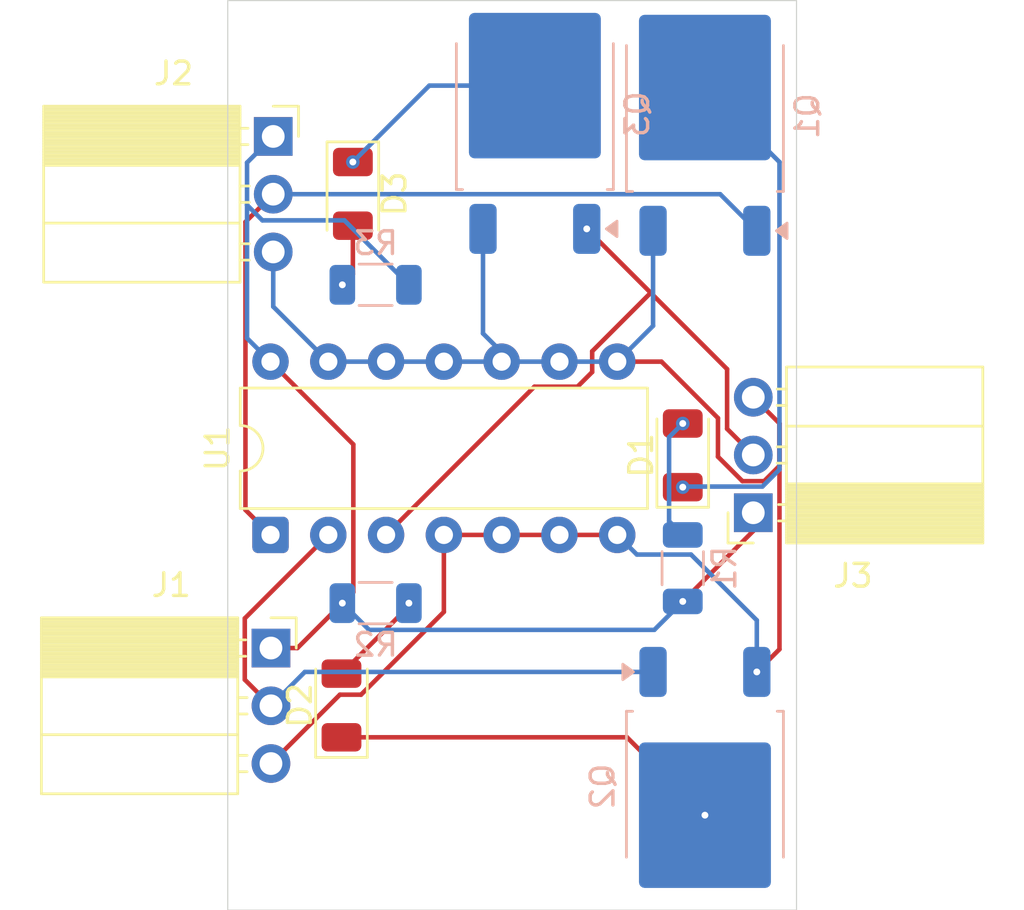
<source format=kicad_pcb>
(kicad_pcb (version 20241229) (generator "pcbnew") (generator_version "9.0")
  (layers (0 "F.Cu" signal) (2 "B.Cu" signal) (13 "F.Paste" user) (15 "B.Paste" user) (5 "F.SilkS" user "F.Silkscreen") (7 "B.SilkS" user "B.Silkscreen") (1 "F.Mask" user) (3 "B.Mask" user) (25 "Edge.Cuts" user))
  (net 0 "")
  (net 1 "Net-(D1-K)")
  (net 2 "Net-(D1-A)")
  (net 3 "Net-(D2-A)")
  (net 4 "Net-(D2-K)")
  (net 5 "Net-(D3-A)")
  (net 6 "Net-(D3-K)")
  (net 7 "Net-(J1-Pin_1)")
  (net 8 "Net-(J1-Pin_2)")
  (net 9 "Net-(J1-Pin_3)")
  (net 10 "Net-(J2-Pin_2)")
  (net 11 "Net-(J3-Pin_2)")
  (footprint "Connector_PinSocket_2.54mm:PinSocket_1x03_P2.54mm_Horizontal" (layer "F.Cu") (at 110 82.475)
    (property "Reference" "J2" (at -4.38 -2.77 0) (layer "F.SilkS"))
    (property "Value" "Conn_01x03_Socket")
    (fp_line (start -10.09 -1.33) (end -10.09 6.41) (stroke (width 0.12)) (layer "F.SilkS"))
    (fp_line (start -10.09 -1.33) (end -1.46 -1.33) (stroke (width 0.12)) (layer "F.SilkS"))
    (fp_line (start -10.09 -1.21) (end -1.46 -1.21) (stroke (width 0.12)) (layer "F.SilkS"))
    (fp_line (start -10.09 -1.091905) (end -1.46 -1.091905) (stroke (width 0.12)) (layer "F.SilkS"))
    (fp_line (start -10.09 -0.97381) (end -1.46 -0.97381) (stroke (width 0.12)) (layer "F.SilkS"))
    (fp_line (start -10.09 -0.855715) (end -1.46 -0.855715) (stroke (width 0.12)) (layer "F.SilkS"))
    (fp_line (start -10.09 -0.73762) (end -1.46 -0.73762) (stroke (width 0.12)) (layer "F.SilkS"))
    (fp_line (start -10.09 -0.619525) (end -1.46 -0.619525) (stroke (width 0.12)) (layer "F.SilkS"))
    (fp_line (start -10.09 -0.50143) (end -1.46 -0.50143) (stroke (width 0.12)) (layer "F.SilkS"))
    (fp_line (start -10.09 -0.383335) (end -1.46 -0.383335) (stroke (width 0.12)) (layer "F.SilkS"))
    (fp_line (start -10.09 -0.26524) (end -1.46 -0.26524) (stroke (width 0.12)) (layer "F.SilkS"))
    (fp_line (start -10.09 -0.147145) (end -1.46 -0.147145) (stroke (width 0.12)) (layer "F.SilkS"))
    (fp_line (start -10.09 -0.02905) (end -1.46 -0.02905) (stroke (width 0.12)) (layer "F.SilkS"))
    (fp_line (start -10.09 0.089045) (end -1.46 0.089045) (stroke (width 0.12)) (layer "F.SilkS"))
    (fp_line (start -10.09 0.20714) (end -1.46 0.20714) (stroke (width 0.12)) (layer "F.SilkS"))
    (fp_line (start -10.09 0.325235) (end -1.46 0.325235) (stroke (width 0.12)) (layer "F.SilkS"))
    (fp_line (start -10.09 0.44333) (end -1.46 0.44333) (stroke (width 0.12)) (layer "F.SilkS"))
    (fp_line (start -10.09 0.561425) (end -1.46 0.561425) (stroke (width 0.12)) (layer "F.SilkS"))
    (fp_line (start -10.09 0.67952) (end -1.46 0.67952) (stroke (width 0.12)) (layer "F.SilkS"))
    (fp_line (start -10.09 0.797615) (end -1.46 0.797615) (stroke (width 0.12)) (layer "F.SilkS"))
    (fp_line (start -10.09 0.91571) (end -1.46 0.91571) (stroke (width 0.12)) (layer "F.SilkS"))
    (fp_line (start -10.09 1.033805) (end -1.46 1.033805) (stroke (width 0.12)) (layer "F.SilkS"))
    (fp_line (start -10.09 1.1519) (end -1.46 1.1519) (stroke (width 0.12)) (layer "F.SilkS"))
    (fp_line (start -10.09 1.27) (end -1.46 1.27) (stroke (width 0.12)) (layer "F.SilkS"))
    (fp_line (start -10.09 3.81) (end -1.46 3.81) (stroke (width 0.12)) (layer "F.SilkS"))
    (fp_line (start -10.09 6.41) (end -1.46 6.41) (stroke (width 0.12)) (layer "F.SilkS"))
    (fp_line (start -1.46 -1.33) (end -1.46 6.41) (stroke (width 0.12)) (layer "F.SilkS"))
    (fp_line (start -1.46 -0.36) (end -1.11 -0.36) (stroke (width 0.12)) (layer "F.SilkS"))
    (fp_line (start -1.46 0.36) (end -1.11 0.36) (stroke (width 0.12)) (layer "F.SilkS"))
    (fp_line (start -1.46 2.18) (end -1.05 2.18) (stroke (width 0.12)) (layer "F.SilkS"))
    (fp_line (start -1.46 2.9) (end -1.05 2.9) (stroke (width 0.12)) (layer "F.SilkS"))
    (fp_line (start -1.46 4.72) (end -1.05 4.72) (stroke (width 0.12)) (layer "F.SilkS"))
    (fp_line (start -1.46 5.44) (end -1.05 5.44) (stroke (width 0.12)) (layer "F.SilkS"))
    (fp_line (start 0 -1.33) (end 1.11 -1.33) (stroke (width 0.12)) (layer "F.SilkS"))
    (fp_line (start 1.11 -1.33) (end 1.11 0) (stroke (width 0.12)) (layer "F.SilkS"))
    (pad "1" thru_hole rect (at 0 0) (size 1.7 1.7) (drill 1) (layers "*.Cu" "*.Mask") (net 7 "Net-(J1-Pin_1)"))
    (pad "2" thru_hole circle (at 0 2.54) (size 1.7 1.7) (drill 1) (layers "*.Cu" "*.Mask") (net 10 "Net-(J2-Pin_2)"))
    (pad "3" thru_hole circle (at 0 5.08) (size 1.7 1.7) (drill 1) (layers "*.Cu" "*.Mask") (net 9 "Net-(J1-Pin_3)"))
  )
  (footprint "Package_DIP:DIP-14_W7.62mm" (layer "F.Cu") (at 109.88 100 90)
    (property "Reference" "U1" (at 3.81 -2.33 90) (layer "F.SilkS"))
    (property "Value" "4011")
    (fp_line (start 6.46 -1.33) (end 4.81 -1.33) (stroke (width 0.12)) (layer "F.SilkS"))
    (fp_line (start 2.81 -1.33) (end 1.16 -1.33) (stroke (width 0.12)) (layer "F.SilkS"))
    (fp_line (start 1.16 -1.33) (end 1.16 16.57) (stroke (width 0.12)) (layer "F.SilkS"))
    (fp_line (start 6.46 16.57) (end 6.46 -1.33) (stroke (width 0.12)) (layer "F.SilkS"))
    (fp_line (start 1.16 16.57) (end 6.46 16.57) (stroke (width 0.12)) (layer "F.SilkS"))
    (fp_arc (start 4.81 -1.33) (mid 3.81 -0.33) (end 2.81 -1.33) (stroke (width 0.12)) (layer "F.SilkS"))
    (pad "1" thru_hole roundrect (at 0 0 90) (size 1.6 1.6) (drill 0.8) (layers "*.Cu" "*.Mask") (roundrect_rratio 0.15625) (net 10 "Net-(J2-Pin_2)"))
    (pad "2" thru_hole circle (at 0 2.54 90) (size 1.6 1.6) (drill 0.8) (layers "*.Cu" "*.Mask") (net 8 "Net-(J1-Pin_2)"))
    (pad "3" thru_hole circle (at 0 5.08 90) (size 1.6 1.6) (drill 0.8) (layers "*.Cu" "*.Mask") (net 11 "Net-(J3-Pin_2)"))
    (pad "4" thru_hole circle (at 0 7.62 90) (size 1.6 1.6) (drill 0.8) (layers "*.Cu" "*.Mask") (net 9 "Net-(J1-Pin_3)"))
    (pad "5" thru_hole circle (at 0 10.16 90) (size 1.6 1.6) (drill 0.8) (layers "*.Cu" "*.Mask") (net 9 "Net-(J1-Pin_3)"))
    (pad "6" thru_hole circle (at 0 12.7 90) (size 1.6 1.6) (drill 0.8) (layers "*.Cu" "*.Mask") (net 9 "Net-(J1-Pin_3)"))
    (pad "7" thru_hole circle (at 0 15.24 90) (size 1.6 1.6) (drill 0.8) (layers "*.Cu" "*.Mask") (net 9 "Net-(J1-Pin_3)"))
    (pad "8" thru_hole circle (at 7.62 15.24 90) (size 1.6 1.6) (drill 0.8) (layers "*.Cu" "*.Mask") (net 9 "Net-(J1-Pin_3)"))
    (pad "9" thru_hole circle (at 7.62 12.7 90) (size 1.6 1.6) (drill 0.8) (layers "*.Cu" "*.Mask") (net 9 "Net-(J1-Pin_3)"))
    (pad "10" thru_hole circle (at 7.62 10.16 90) (size 1.6 1.6) (drill 0.8) (layers "*.Cu" "*.Mask") (net 9 "Net-(J1-Pin_3)"))
    (pad "11" thru_hole circle (at 7.62 7.62 90) (size 1.6 1.6) (drill 0.8) (layers "*.Cu" "*.Mask") (net 9 "Net-(J1-Pin_3)"))
    (pad "12" thru_hole circle (at 7.62 5.08 90) (size 1.6 1.6) (drill 0.8) (layers "*.Cu" "*.Mask") (net 9 "Net-(J1-Pin_3)"))
    (pad "13" thru_hole circle (at 7.62 2.54 90) (size 1.6 1.6) (drill 0.8) (layers "*.Cu" "*.Mask") (net 9 "Net-(J1-Pin_3)"))
    (pad "14" thru_hole circle (at 7.62 0 90) (size 1.6 1.6) (drill 0.8) (layers "*.Cu" "*.Mask") (net 7 "Net-(J1-Pin_1)"))
  )
  (footprint "LED_SMD:LED_1206_3216Metric" (layer "F.Cu") (at 113.5 85 -90)
    (property "Reference" "D3" (at 0 -1.83 90) (layer "F.SilkS"))
    (property "Value" "LED")
    (fp_line (start -2.285 1.135) (end 1.6 1.135) (stroke (width 0.12)) (layer "F.SilkS"))
    (fp_line (start -2.285 -1.135) (end -2.285 1.135) (stroke (width 0.12)) (layer "F.SilkS"))
    (fp_line (start 1.6 -1.135) (end -2.285 -1.135) (stroke (width 0.12)) (layer "F.SilkS"))
    (pad "1" smd roundrect (at -1.4 0 270) (size 1.25 1.75) (layers "F.Cu" "F.Mask" "F.Paste") (roundrect_rratio 0.2) (net 6 "Net-(D3-K)"))
    (pad "2" smd roundrect (at 1.4 0 270) (size 1.25 1.75) (layers "F.Cu" "F.Mask" "F.Paste") (roundrect_rratio 0.2) (net 5 "Net-(D3-A)"))
  )
  (footprint "LED_SMD:LED_1206_3216Metric" (layer "F.Cu") (at 128 96.5 90)
    (property "Reference" "D1" (at 0 -1.83 90) (layer "F.SilkS"))
    (property "Value" "LED")
    (fp_line (start 1.6 -1.135) (end -2.285 -1.135) (stroke (width 0.12)) (layer "F.SilkS"))
    (fp_line (start -2.285 -1.135) (end -2.285 1.135) (stroke (width 0.12)) (layer "F.SilkS"))
    (fp_line (start -2.285 1.135) (end 1.6 1.135) (stroke (width 0.12)) (layer "F.SilkS"))
    (pad "1" smd roundrect (at -1.4 0 90) (size 1.25 1.75) (layers "F.Cu" "F.Mask" "F.Paste") (roundrect_rratio 0.2) (net 1 "Net-(D1-K)"))
    (pad "2" smd roundrect (at 1.4 0 90) (size 1.25 1.75) (layers "F.Cu" "F.Mask" "F.Paste") (roundrect_rratio 0.2) (net 2 "Net-(D1-A)"))
  )
  (footprint "Connector_PinSocket_2.54mm:PinSocket_1x03_P2.54mm_Horizontal" (layer "F.Cu") (at 131.1 99.025 180)
    (property "Reference" "J3" (at -4.38 -2.77 0) (layer "F.SilkS"))
    (property "Value" "Conn_01x03_Socket")
    (fp_line (start 1.11 -1.33) (end 1.11 0) (stroke (width 0.12)) (layer "F.SilkS"))
    (fp_line (start 0 -1.33) (end 1.11 -1.33) (stroke (width 0.12)) (layer "F.SilkS"))
    (fp_line (start -1.46 5.44) (end -1.05 5.44) (stroke (width 0.12)) (layer "F.SilkS"))
    (fp_line (start -1.46 4.72) (end -1.05 4.72) (stroke (width 0.12)) (layer "F.SilkS"))
    (fp_line (start -1.46 2.9) (end -1.05 2.9) (stroke (width 0.12)) (layer "F.SilkS"))
    (fp_line (start -1.46 2.18) (end -1.05 2.18) (stroke (width 0.12)) (layer "F.SilkS"))
    (fp_line (start -1.46 0.36) (end -1.11 0.36) (stroke (width 0.12)) (layer "F.SilkS"))
    (fp_line (start -1.46 -0.36) (end -1.11 -0.36) (stroke (width 0.12)) (layer "F.SilkS"))
    (fp_line (start -1.46 -1.33) (end -1.46 6.41) (stroke (width 0.12)) (layer "F.SilkS"))
    (fp_line (start -10.09 6.41) (end -1.46 6.41) (stroke (width 0.12)) (layer "F.SilkS"))
    (fp_line (start -10.09 3.81) (end -1.46 3.81) (stroke (width 0.12)) (layer "F.SilkS"))
    (fp_line (start -10.09 1.27) (end -1.46 1.27) (stroke (width 0.12)) (layer "F.SilkS"))
    (fp_line (start -10.09 1.1519) (end -1.46 1.1519) (stroke (width 0.12)) (layer "F.SilkS"))
    (fp_line (start -10.09 1.033805) (end -1.46 1.033805) (stroke (width 0.12)) (layer "F.SilkS"))
    (fp_line (start -10.09 0.91571) (end -1.46 0.91571) (stroke (width 0.12)) (layer "F.SilkS"))
    (fp_line (start -10.09 0.797615) (end -1.46 0.797615) (stroke (width 0.12)) (layer "F.SilkS"))
    (fp_line (start -10.09 0.67952) (end -1.46 0.67952) (stroke (width 0.12)) (layer "F.SilkS"))
    (fp_line (start -10.09 0.561425) (end -1.46 0.561425) (stroke (width 0.12)) (layer "F.SilkS"))
    (fp_line (start -10.09 0.44333) (end -1.46 0.44333) (stroke (width 0.12)) (layer "F.SilkS"))
    (fp_line (start -10.09 0.325235) (end -1.46 0.325235) (stroke (width 0.12)) (layer "F.SilkS"))
    (fp_line (start -10.09 0.20714) (end -1.46 0.20714) (stroke (width 0.12)) (layer "F.SilkS"))
    (fp_line (start -10.09 0.089045) (end -1.46 0.089045) (stroke (width 0.12)) (layer "F.SilkS"))
    (fp_line (start -10.09 -0.02905) (end -1.46 -0.02905) (stroke (width 0.12)) (layer "F.SilkS"))
    (fp_line (start -10.09 -0.147145) (end -1.46 -0.147145) (stroke (width 0.12)) (layer "F.SilkS"))
    (fp_line (start -10.09 -0.26524) (end -1.46 -0.26524) (stroke (width 0.12)) (layer "F.SilkS"))
    (fp_line (start -10.09 -0.383335) (end -1.46 -0.383335) (stroke (width 0.12)) (layer "F.SilkS"))
    (fp_line (start -10.09 -0.50143) (end -1.46 -0.50143) (stroke (width 0.12)) (layer "F.SilkS"))
    (fp_line (start -10.09 -0.619525) (end -1.46 -0.619525) (stroke (width 0.12)) (layer "F.SilkS"))
    (fp_line (start -10.09 -0.73762) (end -1.46 -0.73762) (stroke (width 0.12)) (layer "F.SilkS"))
    (fp_line (start -10.09 -0.855715) (end -1.46 -0.855715) (stroke (width 0.12)) (layer "F.SilkS"))
    (fp_line (start -10.09 -0.97381) (end -1.46 -0.97381) (stroke (width 0.12)) (layer "F.SilkS"))
    (fp_line (start -10.09 -1.091905) (end -1.46 -1.091905) (stroke (width 0.12)) (layer "F.SilkS"))
    (fp_line (start -10.09 -1.21) (end -1.46 -1.21) (stroke (width 0.12)) (layer "F.SilkS"))
    (fp_line (start -10.09 -1.33) (end -1.46 -1.33) (stroke (width 0.12)) (layer "F.SilkS"))
    (fp_line (start -10.09 -1.33) (end -10.09 6.41) (stroke (width 0.12)) (layer "F.SilkS"))
    (pad "1" thru_hole rect (at 0 0 180) (size 1.7 1.7) (drill 1) (layers "*.Cu" "*.Mask") (net 7 "Net-(J1-Pin_1)"))
    (pad "2" thru_hole circle (at 0 2.54 180) (size 1.7 1.7) (drill 1) (layers "*.Cu" "*.Mask") (net 11 "Net-(J3-Pin_2)"))
    (pad "3" thru_hole circle (at 0 5.08 180) (size 1.7 1.7) (drill 1) (layers "*.Cu" "*.Mask") (net 9 "Net-(J1-Pin_3)"))
  )
  (footprint "LED_SMD:LED_1206_3216Metric" (layer "F.Cu") (at 113 107.5 90)
    (property "Reference" "D2" (at 0 -1.83 90) (layer "F.SilkS"))
    (property "Value" "LED")
    (fp_line (start 1.6 -1.135) (end -2.285 -1.135) (stroke (width 0.12)) (layer "F.SilkS"))
    (fp_line (start -2.285 -1.135) (end -2.285 1.135) (stroke (width 0.12)) (layer "F.SilkS"))
    (fp_line (start -2.285 1.135) (end 1.6 1.135) (stroke (width 0.12)) (layer "F.SilkS"))
    (pad "1" smd roundrect (at -1.4 0 90) (size 1.25 1.75) (layers "F.Cu" "F.Mask" "F.Paste") (roundrect_rratio 0.2) (net 4 "Net-(D2-K)"))
    (pad "2" smd roundrect (at 1.4 0 90) (size 1.25 1.75) (layers "F.Cu" "F.Mask" "F.Paste") (roundrect_rratio 0.2) (net 3 "Net-(D2-A)"))
  )
  (footprint "Connector_PinSocket_2.54mm:PinSocket_1x03_P2.54mm_Horizontal" (layer "F.Cu") (at 109.9 104.975)
    (property "Reference" "J1" (at -4.38 -2.77 0) (layer "F.SilkS"))
    (property "Value" "Conn_01x03_Socket")
    (fp_line (start -10.09 -1.33) (end -10.09 6.41) (stroke (width 0.12)) (layer "F.SilkS"))
    (fp_line (start -10.09 -1.33) (end -1.46 -1.33) (stroke (width 0.12)) (layer "F.SilkS"))
    (fp_line (start -10.09 -1.21) (end -1.46 -1.21) (stroke (width 0.12)) (layer "F.SilkS"))
    (fp_line (start -10.09 -1.091905) (end -1.46 -1.091905) (stroke (width 0.12)) (layer "F.SilkS"))
    (fp_line (start -10.09 -0.97381) (end -1.46 -0.97381) (stroke (width 0.12)) (layer "F.SilkS"))
    (fp_line (start -10.09 -0.855715) (end -1.46 -0.855715) (stroke (width 0.12)) (layer "F.SilkS"))
    (fp_line (start -10.09 -0.73762) (end -1.46 -0.73762) (stroke (width 0.12)) (layer "F.SilkS"))
    (fp_line (start -10.09 -0.619525) (end -1.46 -0.619525) (stroke (width 0.12)) (layer "F.SilkS"))
    (fp_line (start -10.09 -0.50143) (end -1.46 -0.50143) (stroke (width 0.12)) (layer "F.SilkS"))
    (fp_line (start -10.09 -0.383335) (end -1.46 -0.383335) (stroke (width 0.12)) (layer "F.SilkS"))
    (fp_line (start -10.09 -0.26524) (end -1.46 -0.26524) (stroke (width 0.12)) (layer "F.SilkS"))
    (fp_line (start -10.09 -0.147145) (end -1.46 -0.147145) (stroke (width 0.12)) (layer "F.SilkS"))
    (fp_line (start -10.09 -0.02905) (end -1.46 -0.02905) (stroke (width 0.12)) (layer "F.SilkS"))
    (fp_line (start -10.09 0.089045) (end -1.46 0.089045) (stroke (width 0.12)) (layer "F.SilkS"))
    (fp_line (start -10.09 0.20714) (end -1.46 0.20714) (stroke (width 0.12)) (layer "F.SilkS"))
    (fp_line (start -10.09 0.325235) (end -1.46 0.325235) (stroke (width 0.12)) (layer "F.SilkS"))
    (fp_line (start -10.09 0.44333) (end -1.46 0.44333) (stroke (width 0.12)) (layer "F.SilkS"))
    (fp_line (start -10.09 0.561425) (end -1.46 0.561425) (stroke (width 0.12)) (layer "F.SilkS"))
    (fp_line (start -10.09 0.67952) (end -1.46 0.67952) (stroke (width 0.12)) (layer "F.SilkS"))
    (fp_line (start -10.09 0.797615) (end -1.46 0.797615) (stroke (width 0.12)) (layer "F.SilkS"))
    (fp_line (start -10.09 0.91571) (end -1.46 0.91571) (stroke (width 0.12)) (layer "F.SilkS"))
    (fp_line (start -10.09 1.033805) (end -1.46 1.033805) (stroke (width 0.12)) (layer "F.SilkS"))
    (fp_line (start -10.09 1.1519) (end -1.46 1.1519) (stroke (width 0.12)) (layer "F.SilkS"))
    (fp_line (start -10.09 1.27) (end -1.46 1.27) (stroke (width 0.12)) (layer "F.SilkS"))
    (fp_line (start -10.09 3.81) (end -1.46 3.81) (stroke (width 0.12)) (layer "F.SilkS"))
    (fp_line (start -10.09 6.41) (end -1.46 6.41) (stroke (width 0.12)) (layer "F.SilkS"))
    (fp_line (start -1.46 -1.33) (end -1.46 6.41) (stroke (width 0.12)) (layer "F.SilkS"))
    (fp_line (start -1.46 -0.36) (end -1.11 -0.36) (stroke (width 0.12)) (layer "F.SilkS"))
    (fp_line (start -1.46 0.36) (end -1.11 0.36) (stroke (width 0.12)) (layer "F.SilkS"))
    (fp_line (start -1.46 2.18) (end -1.05 2.18) (stroke (width 0.12)) (layer "F.SilkS"))
    (fp_line (start -1.46 2.9) (end -1.05 2.9) (stroke (width 0.12)) (layer "F.SilkS"))
    (fp_line (start -1.46 4.72) (end -1.05 4.72) (stroke (width 0.12)) (layer "F.SilkS"))
    (fp_line (start -1.46 5.44) (end -1.05 5.44) (stroke (width 0.12)) (layer "F.SilkS"))
    (fp_line (start 0 -1.33) (end 1.11 -1.33) (stroke (width 0.12)) (layer "F.SilkS"))
    (fp_line (start 1.11 -1.33) (end 1.11 0) (stroke (width 0.12)) (layer "F.SilkS"))
    (pad "1" thru_hole rect (at 0 0) (size 1.7 1.7) (drill 1) (layers "*.Cu" "*.Mask") (net 7 "Net-(J1-Pin_1)"))
    (pad "2" thru_hole circle (at 0 2.54) (size 1.7 1.7) (drill 1) (layers "*.Cu" "*.Mask") (net 8 "Net-(J1-Pin_2)"))
    (pad "3" thru_hole circle (at 0 5.08) (size 1.7 1.7) (drill 1) (layers "*.Cu" "*.Mask") (net 9 "Net-(J1-Pin_3)"))
  )
  (footprint "Package_TO_SOT_SMD:TO-252-2" (layer "B.Cu") (at 121.5 81.5 90)
    (property "Reference" "Q3" (at 0 4.5 90) (layer "B.SilkS") (effects (justify mirror)))
    (property "Value" "QM6006D")
    (fp_line (start 3.11 -3.45) (end -3.31 -3.45) (stroke (width 0.12)) (layer "B.SilkS"))
    (fp_line (start -3.31 -3.45) (end -3.31 -3.18) (stroke (width 0.12)) (layer "B.SilkS"))
    (fp_line (start 3.11 3.45) (end -3.31 3.45) (stroke (width 0.12)) (layer "B.SilkS"))
    (fp_line (start -3.31 3.45) (end -3.31 3.18) (stroke (width 0.12)) (layer "B.SilkS"))
    (fp_poly (pts (xy -5.04 3.14) (xy -5.38 3.61) (xy -4.7 3.61)) (stroke (width 0.12)) (fill yes) (layer "B.SilkS"))
    (pad "1" smd roundrect (at -5.04 2.28 90) (size 2.2 1.2) (layers "B.Cu" "B.Mask" "B.Paste") (roundrect_rratio 0.208333) (net 11 "Net-(J3-Pin_2)"))
    (pad "2" smd roundrect (at 1.26 0 90) (size 6.4 5.8) (layers "B.Cu" "B.Mask") (roundrect_rratio 0.043103) (net 6 "Net-(D3-K)"))
    (pad "3" smd roundrect (at -5.04 -2.28 90) (size 2.2 1.2) (layers "B.Cu" "B.Mask" "B.Paste") (roundrect_rratio 0.208333) (net 9 "Net-(J1-Pin_3)"))
  )
  (footprint "Package_TO_SOT_SMD:TO-252-2" (layer "B.Cu") (at 128.975 111.065 -90)
    (property "Reference" "Q2" (at 0 4.5 90) (layer "B.SilkS") (effects (justify mirror)))
    (property "Value" "QM6006D")
    (fp_line (start -3.31 3.45) (end -3.31 3.18) (stroke (width 0.12)) (layer "B.SilkS"))
    (fp_line (start 3.11 3.45) (end -3.31 3.45) (stroke (width 0.12)) (layer "B.SilkS"))
    (fp_line (start -3.31 -3.45) (end -3.31 -3.18) (stroke (width 0.12)) (layer "B.SilkS"))
    (fp_line (start 3.11 -3.45) (end -3.31 -3.45) (stroke (width 0.12)) (layer "B.SilkS"))
    (fp_poly (pts (xy -5.04 3.14) (xy -5.38 3.61) (xy -4.7 3.61)) (stroke (width 0.12)) (fill yes) (layer "B.SilkS"))
    (pad "1" smd roundrect (at -5.04 2.28 270) (size 2.2 1.2) (layers "B.Cu" "B.Mask" "B.Paste") (roundrect_rratio 0.208333) (net 8 "Net-(J1-Pin_2)"))
    (pad "2" smd roundrect (at 1.26 0 270) (size 6.4 5.8) (layers "B.Cu" "B.Mask") (roundrect_rratio 0.043103) (net 4 "Net-(D2-K)"))
    (pad "3" smd roundrect (at -5.04 -2.28 270) (size 2.2 1.2) (layers "B.Cu" "B.Mask" "B.Paste") (roundrect_rratio 0.208333) (net 9 "Net-(J1-Pin_3)"))
  )
  (footprint "Resistor_SMD:R_1206_3216Metric" (layer "B.Cu") (at 114.5 89 180)
    (property "Reference" "R3" (at 0 1.83 0) (layer "B.SilkS") (effects (justify mirror)))
    (property "Value" "R")
    (fp_line (start -0.727064 0.91) (end 0.727064 0.91) (stroke (width 0.12)) (layer "B.SilkS"))
    (fp_line (start -0.727064 -0.91) (end 0.727064 -0.91) (stroke (width 0.12)) (layer "B.SilkS"))
    (pad "1" smd roundrect (at -1.4625 0 180) (size 1.125 1.75) (layers "B.Cu" "B.Mask" "B.Paste") (roundrect_rratio 0.222222) (net 7 "Net-(J1-Pin_1)"))
    (pad "2" smd roundrect (at 1.4625 0 180) (size 1.125 1.75) (layers "B.Cu" "B.Mask" "B.Paste") (roundrect_rratio 0.222222) (net 5 "Net-(D3-A)"))
  )
  (footprint "Resistor_SMD:R_1206_3216Metric" (layer "B.Cu") (at 114.5 103)
    (property "Reference" "R2" (at 0 1.83 0) (layer "B.SilkS") (effects (justify mirror)))
    (property "Value" "R")
    (fp_line (start -0.727064 -0.91) (end 0.727064 -0.91) (stroke (width 0.12)) (layer "B.SilkS"))
    (fp_line (start -0.727064 0.91) (end 0.727064 0.91) (stroke (width 0.12)) (layer "B.SilkS"))
    (pad "1" smd roundrect (at -1.4625 0) (size 1.125 1.75) (layers "B.Cu" "B.Mask" "B.Paste") (roundrect_rratio 0.222222) (net 7 "Net-(J1-Pin_1)"))
    (pad "2" smd roundrect (at 1.4625 0) (size 1.125 1.75) (layers "B.Cu" "B.Mask" "B.Paste") (roundrect_rratio 0.222222) (net 3 "Net-(D2-A)"))
  )
  (footprint "Resistor_SMD:R_1206_3216Metric" (layer "B.Cu") (at 128 101.4625 90)
    (property "Reference" "R1" (at 0 1.83 90) (layer "B.SilkS") (effects (justify mirror)))
    (property "Value" "R")
    (fp_line (start -0.727064 -0.91) (end 0.727064 -0.91) (stroke (width 0.12)) (layer "B.SilkS"))
    (fp_line (start -0.727064 0.91) (end 0.727064 0.91) (stroke (width 0.12)) (layer "B.SilkS"))
    (pad "1" smd roundrect (at -1.4625 0 90) (size 1.125 1.75) (layers "B.Cu" "B.Mask" "B.Paste") (roundrect_rratio 0.222222) (net 7 "Net-(J1-Pin_1)"))
    (pad "2" smd roundrect (at 1.4625 0 90) (size 1.125 1.75) (layers "B.Cu" "B.Mask" "B.Paste") (roundrect_rratio 0.222222) (net 2 "Net-(D1-A)"))
  )
  (footprint "Package_TO_SOT_SMD:TO-252-2" (layer "B.Cu") (at 128.975 81.585 90)
    (property "Reference" "Q1" (at 0 4.5 90) (layer "B.SilkS") (effects (justify mirror)))
    (property "Value" "QM6006D")
    (fp_line (start 3.11 -3.45) (end -3.31 -3.45) (stroke (width 0.12)) (layer "B.SilkS"))
    (fp_line (start -3.31 -3.45) (end -3.31 -3.18) (stroke (width 0.12)) (layer "B.SilkS"))
    (fp_line (start 3.11 3.45) (end -3.31 3.45) (stroke (width 0.12)) (layer "B.SilkS"))
    (fp_line (start -3.31 3.45) (end -3.31 3.18) (stroke (width 0.12)) (layer "B.SilkS"))
    (fp_poly (pts (xy -5.04 3.14) (xy -5.38 3.61) (xy -4.7 3.61)) (stroke (width 0.12)) (fill yes) (layer "B.SilkS"))
    (pad "1" smd roundrect (at -5.04 2.28 90) (size 2.2 1.2) (layers "B.Cu" "B.Mask" "B.Paste") (roundrect_rratio 0.208333) (net 10 "Net-(J2-Pin_2)"))
    (pad "2" smd roundrect (at 1.26 0 90) (size 6.4 5.8) (layers "B.Cu" "B.Mask") (roundrect_rratio 0.043103) (net 1 "Net-(D1-K)"))
    (pad "3" smd roundrect (at -5.04 -2.28 90) (size 2.2 1.2) (layers "B.Cu" "B.Mask" "B.Paste") (roundrect_rratio 0.208333) (net 9 "Net-(J1-Pin_3)"))
  )
  (gr_rect (start 108 76.5) (end 133 116.5) (stroke (width 0.05)) (fill no) (layer "Edge.Cuts"))
  (via (at 128 97.9) (size 0.6) (drill 0.3) (layers "F.Cu" "B.Cu") (net 1))
  (segment (start 128.026 97.874) (end 128 97.9) (width 0.2) (layer "B.Cu") (net 1))
  (segment (start 131.5 97.874) (end 128.026 97.874) (width 0.2) (layer "B.Cu") (net 1))
  (segment (start 132.251 83.601) (end 132.251 97.123) (width 0.2) (layer "B.Cu") (net 1))
  (segment (start 132.251 97.123) (end 131.5 97.874) (width 0.2) (layer "B.Cu") (net 1))
  (segment (start 128.975 80.325) (end 132.251 83.601) (width 0.2) (layer "B.Cu") (net 1))
  (via (at 128 95.1) (size 0.6) (drill 0.3) (layers "F.Cu" "B.Cu") (net 2))
  (segment (start 127.399 95.701) (end 128 95.1) (width 0.2) (layer "B.Cu") (net 2))
  (segment (start 127.399 99.399) (end 127.399 95.701) (width 0.2) (layer "B.Cu") (net 2))
  (segment (start 128 100) (end 127.399 99.399) (width 0.2) (layer "B.Cu") (net 2))
  (segment (start 115.9625 103.1375) (end 115.9625 103) (width 0.2) (layer "F.Cu") (net 3))
  (segment (start 113 106.1) (end 115.9625 103.1375) (width 0.2) (layer "F.Cu") (net 3))
  (via (at 115.9625 103) (size 0.6) (drill 0.3) (layers "F.Cu" "B.Cu") (net 3))
  (segment (start 125.55 108.9) (end 128.975 112.325) (width 0.2) (layer "F.Cu") (net 4))
  (segment (start 113 108.9) (end 125.55 108.9) (width 0.2) (layer "F.Cu") (net 4))
  (via (at 128.975 112.325) (size 0.6) (drill 0.3) (layers "F.Cu" "B.Cu") (net 4))
  (segment (start 113.5 88.5375) (end 113.0375 89) (width 0.2) (layer "F.Cu") (net 5))
  (segment (start 113.5 86.4) (end 113.5 88.5375) (width 0.2) (layer "F.Cu") (net 5))
  (via (at 113.0375 89) (size 0.6) (drill 0.3) (layers "F.Cu" "B.Cu") (net 5))
  (via (at 113.5 83.6) (size 0.6) (drill 0.3) (layers "F.Cu" "B.Cu") (net 6))
  (segment (start 116.86 80.24) (end 113.5 83.6) (width 0.2) (layer "B.Cu") (net 6))
  (segment (start 121.5 80.24) (end 116.86 80.24) (width 0.2) (layer "B.Cu") (net 6))
  (segment (start 109.9 104.975) (end 111.0625 104.975) (width 0.2) (layer "F.Cu") (net 7))
  (segment (start 113.0375 103) (end 113.521 102.5165) (width 0.2) (layer "F.Cu") (net 7))
  (segment (start 131.1 99.825) (end 128 102.925) (width 0.2) (layer "F.Cu") (net 7))
  (segment (start 113.521 96.021) (end 109.88 92.38) (width 0.2) (layer "F.Cu") (net 7))
  (segment (start 131.1 99.025) (end 131.1 99.825) (width 0.2) (layer "F.Cu") (net 7))
  (segment (start 111.0625 104.975) (end 113.0375 103) (width 0.2) (layer "F.Cu") (net 7))
  (segment (start 113.521 102.5165) (end 113.521 96.021) (width 0.2) (layer "F.Cu") (net 7))
  (via (at 128 102.925) (size 0.6) (drill 0.3) (layers "F.Cu" "B.Cu") (net 7))
  (via (at 113.0375 103) (size 0.6) (drill 0.3) (layers "F.Cu" "B.Cu") (net 7))
  (segment (start 108.849 91.349) (end 108.849 85.49176) (width 0.2) (layer "B.Cu") (net 7))
  (segment (start 126.749 104.176) (end 114.2135 104.176) (width 0.2) (layer "B.Cu") (net 7))
  (segment (start 113.1285 86.166) (end 115.9625 89) (width 0.2) (layer "B.Cu") (net 7))
  (segment (start 109.52324 86.166) (end 113.1285 86.166) (width 0.2) (layer "B.Cu") (net 7))
  (segment (start 108.849 85.49176) (end 109.52324 86.166) (width 0.2) (layer "B.Cu") (net 7))
  (segment (start 128 102.925) (end 126.749 104.176) (width 0.2) (layer "B.Cu") (net 7))
  (segment (start 109.88 92.38) (end 108.849 91.349) (width 0.2) (layer "B.Cu") (net 7))
  (segment (start 108.849 83.626) (end 108.849 85.49176) (width 0.2) (layer "B.Cu") (net 7))
  (segment (start 114.2135 104.176) (end 113.0375 103) (width 0.2) (layer "B.Cu") (net 7))
  (segment (start 110 82.475) (end 108.849 83.626) (width 0.2) (layer "B.Cu") (net 7))
  (segment (start 108.749 106.364) (end 108.749 103.671) (width 0.2) (layer "F.Cu") (net 8))
  (segment (start 109.9 107.515) (end 108.749 106.364) (width 0.2) (layer "F.Cu") (net 8))
  (segment (start 108.749 103.671) (end 112.42 100) (width 0.2) (layer "F.Cu") (net 8))
  (segment (start 126.695 106.025) (end 111.39 106.025) (width 0.2) (layer "B.Cu") (net 8))
  (segment (start 111.39 106.025) (end 109.9 107.515) (width 0.2) (layer "B.Cu") (net 8))
  (segment (start 125.12 100) (end 122.58 100) (width 0.2) (layer "F.Cu") (net 9))
  (segment (start 132.251 96.96176) (end 131.57676 97.636) (width 0.2) (layer "F.Cu") (net 9))
  (segment (start 130.62324 97.636) (end 129.548 96.56076) (width 0.2) (layer "F.Cu") (net 9))
  (segment (start 132.251 95.096) (end 132.251 105.029) (width 0.2) (layer "F.Cu") (net 9))
  (segment (start 129.548 94.86184) (end 127.06616 92.38) (width 0.2) (layer "F.Cu") (net 9))
  (segment (start 120.04 100) (end 117.5 100) (width 0.2) (layer "F.Cu") (net 9))
  (segment (start 132.251 105.029) (end 131.255 106.025) (width 0.2) (layer "F.Cu") (net 9))
  (segment (start 109.9 110.055) (end 112.929 107.026) (width 0.2) (layer "F.Cu") (net 9))
  (segment (start 112.929 107.026) (end 113.86016 107.026) (width 0.2) (layer "F.Cu") (net 9))
  (segment (start 131.1 93.945) (end 132.251 95.096) (width 0.2) (layer "F.Cu") (net 9))
  (segment (start 113.86016 107.026) (end 117.5 103.38616) (width 0.2) (layer "F.Cu") (net 9))
  (segment (start 127.06616 92.38) (end 125.12 92.38) (width 0.2) (layer "F.Cu") (net 9))
  (segment (start 132.251 95.096) (end 132.251 96.96176) (width 0.2) (layer "F.Cu") (net 9))
  (segment (start 122.58 100) (end 120.04 100) (width 0.2) (layer "F.Cu") (net 9))
  (segment (start 131.57676 97.636) (end 130.62324 97.636) (width 0.2) (layer "F.Cu") (net 9))
  (segment (start 129.548 96.56076) (end 129.548 94.86184) (width 0.2) (layer "F.Cu") (net 9))
  (segment (start 117.5 103.38616) (end 117.5 100) (width 0.2) (layer "F.Cu") (net 9))
  (via (at 131.255 106.025) (size 0.6) (drill 0.3) (layers "F.Cu" "B.Cu") (net 9))
  (segment (start 110 89.96) (end 110 87.555) (width 0.2) (layer "B.Cu") (net 9))
  (segment (start 125.12 92.38) (end 122.58 92.38) (width 0.2) (layer "B.Cu") (net 9))
  (segment (start 119.22 91.14) (end 119.22 86.54) (width 0.2) (layer "B.Cu") (net 9))
  (segment (start 125.9835 100.8635) (end 125.12 100) (width 0.2) (layer "B.Cu") (net 9))
  (segment (start 126.695 86.625) (end 126.695 90.805) (width 0.2) (layer "B.Cu") (net 9))
  (segment (start 126.695 90.805) (end 125.12 92.38) (width 0.2) (layer "B.Cu") (net 9))
  (segment (start 122.58 92.38) (end 120.04 92.38) (width 0.2) (layer "B.Cu") (net 9))
  (segment (start 128.3635 100.8635) (end 125.9835 100.8635) (width 0.2) (layer "B.Cu") (net 9))
  (segment (start 131.255 106.025) (end 131.255 103.755) (width 0.2) (layer "B.Cu") (net 9))
  (segment (start 131.255 103.755) (end 128.3635 100.8635) (width 0.2) (layer "B.Cu") (net 9))
  (segment (start 120.04 92.38) (end 117.5 92.38) (width 0.2) (layer "B.Cu") (net 9))
  (segment (start 112.42 92.38) (end 110 89.96) (width 0.2) (layer "B.Cu") (net 9))
  (segment (start 120.04 91.96) (end 119.22 91.14) (width 0.2) (layer "B.Cu") (net 9))
  (segment (start 114.96 92.38) (end 112.42 92.38) (width 0.2) (layer "B.Cu") (net 9))
  (segment (start 117.5 92.38) (end 114.96 92.38) (width 0.2) (layer "B.Cu") (net 9))
  (segment (start 120.04 92.38) (end 120.04 91.96) (width 0.2) (layer "B.Cu") (net 9))
  (segment (start 108.779 86.236) (end 110 85.015) (width 0.2) (layer "F.Cu") (net 10))
  (segment (start 109.88 100) (end 108.779 98.899) (width 0.2) (layer "F.Cu") (net 10))
  (segment (start 108.779 98.899) (end 108.779 86.236) (width 0.2) (layer "F.Cu") (net 10))
  (segment (start 131.255 86.625) (end 129.645 85.015) (width 0.2) (layer "B.Cu") (net 10))
  (segment (start 129.645 85.015) (end 110 85.015) (width 0.2) (layer "B.Cu") (net 10))
  (segment (start 126.56295 89.38) (end 126.62 89.38) (width 0.2) (layer "F.Cu") (net 11))
  (segment (start 129.949 95.334) (end 129.949 92.709) (width 0.2) (layer "F.Cu") (net 11))
  (segment (start 131.1 96.485) (end 129.949 95.334) (width 0.2) (layer "F.Cu") (net 11))
  (segment (start 114.96 100) (end 121.479 93.481) (width 0.2) (layer "F.Cu") (net 11))
  (segment (start 129.949 92.709) (end 126.62 89.38) (width 0.2) (layer "F.Cu") (net 11))
  (segment (start 123.37405 93.481) (end 124.019 92.83605) (width 0.2) (layer "F.Cu") (net 11))
  (segment (start 121.479 93.481) (end 123.37405 93.481) (width 0.2) (layer "F.Cu") (net 11))
  (segment (start 124.019 92.83605) (end 124.019 91.92395) (width 0.2) (layer "F.Cu") (net 11))
  (segment (start 124.019 91.92395) (end 126.56295 89.38) (width 0.2) (layer "F.Cu") (net 11))
  (segment (start 126.62 89.38) (end 123.78 86.54) (width 0.2) (layer "F.Cu") (net 11))
  (via (at 123.78 86.54) (size 0.6) (drill 0.3) (layers "F.Cu" "B.Cu") (net 11))
)
</source>
